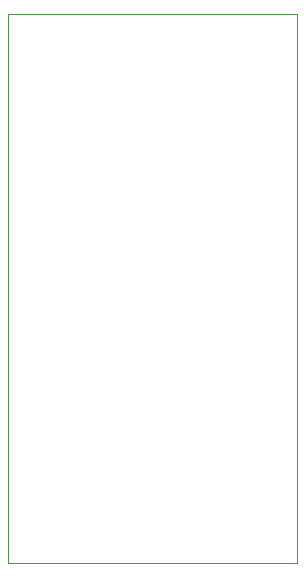
<source format=gbr>
G04 #@! TF.GenerationSoftware,KiCad,Pcbnew,(5.1.12-1-10_14)*
G04 #@! TF.CreationDate,2021-12-08T14:05:25-05:00*
G04 #@! TF.ProjectId,MinimalSAMD21,4d696e69-6d61-46c5-9341-4d4432312e6b,rev?*
G04 #@! TF.SameCoordinates,Original*
G04 #@! TF.FileFunction,Profile,NP*
%FSLAX46Y46*%
G04 Gerber Fmt 4.6, Leading zero omitted, Abs format (unit mm)*
G04 Created by KiCad (PCBNEW (5.1.12-1-10_14)) date 2021-12-08 14:05:25*
%MOMM*%
%LPD*%
G01*
G04 APERTURE LIST*
G04 #@! TA.AperFunction,Profile*
%ADD10C,0.050000*%
G04 #@! TD*
G04 APERTURE END LIST*
D10*
X25500000Y-100000000D02*
X50000000Y-100000000D01*
X25500000Y-53500000D02*
X25500000Y-100000000D01*
X50000000Y-53500000D02*
X25500000Y-53500000D01*
X50000000Y-53500000D02*
X50000000Y-100000000D01*
M02*

</source>
